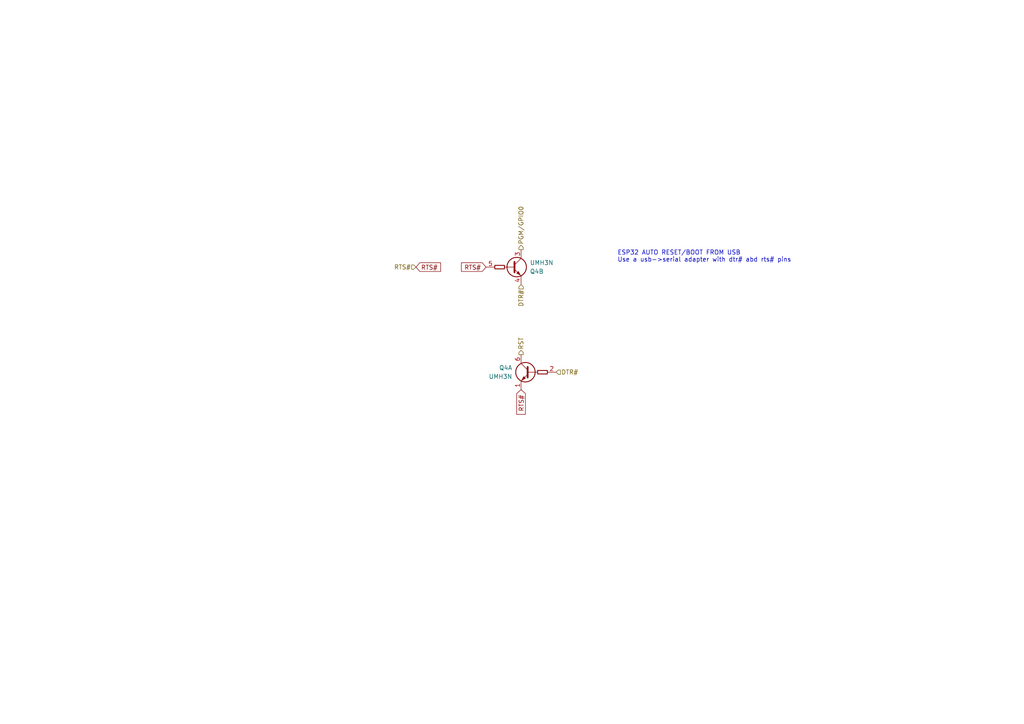
<source format=kicad_sch>
(kicad_sch (version 20230121) (generator eeschema)
  (paper "A4")
  (lib_symbols
    (symbol "Transistor_BJT:UMH3N" (pin_names hide)
      (property "Reference" "Q" (at 7.62 1.27 0))
      (property "Value" "UMH3N" (at 7.62 -1.27 0))
      (symbol "UMH3N_0_1"
        (polyline (pts (xy 3.175 0) (xy 0.254 0)))
        (polyline (pts (xy 3.175 0.635) (xy 5.08 2.54)))
        (polyline (pts (xy 3.175 1.524) (xy 3.175 -1.524)) (stroke (width 0.508)))
        (polyline (pts (xy 3.175 -0.635) (xy 5.08 -2.54) (xy 5.08 -2.54)))
        (polyline (pts (xy 3.81 -1.778) (xy 4.318 -1.27) (xy 4.826 -2.286) (xy 3.81 -1.778) (xy 3.81 -1.778)) (fill (type outline)))
        (rectangle (start 0.254 0.508) (end -2.54 -0.508) (stroke (width 0.254)))
        (circle (center 3.81 0) (radius 2.8194) (stroke (width 0.254)))
      )
      (symbol "UMH3N_1_1"
        (pin passive line (at 5.08 -5.08 90) (length 2.54) (name "E1") (number "1"))
        (pin input line (at -5.08 0 0) (length 2.54) (name "B1") (number "2"))
        (pin passive line (at 5.08 5.08 270) (length 2.54) (name "C1") (number "6"))
      )
      (symbol "UMH3N_2_1"
        (pin passive line (at 5.08 5.08 270) (length 2.54) (name "C2") (number "3"))
        (pin passive line (at 5.08 -5.08 90) (length 2.54) (name "E2") (number "4"))
        (pin input line (at -5.08 0 0) (length 2.54) (name "B2") (number "5"))
      )
    )
  )
  (text "ESP32 AUTO RESET/BOOT FROM USB\nUse a usb->serial adapter with dtr# abd rts# pins\n" (at 179.07 76.2 0) (effects (font (size 1.27 1.27)) (justify left bottom)))
  (global_label "RTS#" (shape input) (at 140.97 77.47 180) (property "Intersheetrefs" "${INTERSHEET_REFS}" (effects hide)))
  (global_label "RTS#" (shape input) (at 151.13 113.03 270) (property "Intersheetrefs" "${INTERSHEET_REFS}" (effects hide)))
  (global_label "RTS#" (shape input) (at 120.65 77.47 0) (property "Intersheetrefs" "${INTERSHEET_REFS}" (effects hide)))
  (hierarchical_label "RST" (shape output) (at 151.13 102.87 90))
  (hierarchical_label "RTS#" (shape input) (at 120.65 77.47 180))
  (hierarchical_label "DTR#" (shape input) (at 161.29 107.95 0))
  (hierarchical_label "DTR#" (shape input) (at 151.13 82.55 270))
  (hierarchical_label "PGM{slash}GPIO0" (shape output) (at 151.13 72.39 90))
  (symbol (lib_id "Transistor_BJT:UMH3N") (at 146.05 77.47 0) (unit 2)
    (property "Reference" "Q4" (at 153.67 78.7401 0) (effects (justify left)))
    (property "Value" "UMH3N" (at 153.67 76.2001 0) (effects (justify left)))
    (property "Footprint" "Package_TO_SOT_SMD:SOT-363_SC-70-6" (effects hide))
    (property "Datasheet" "http://rohmfs.rohm.com/en/products/databook/datasheet/discrete/transistor/digital/emh3t2r-e.pdf" (effects hide))
    (instances (project "ESP-methanesense" (path "" (reference "Q4") (unit 2)) (path "" (reference "Q1") (unit 2))) (project "opengeiger" (path "" (reference "Q4") (unit 2))))
  )
  (symbol (lib_id "Transistor_BJT:UMH3N") (at 156.21 107.95 0) (mirror y) (unit 1)
    (property "Reference" "Q4" (at 148.59 106.6799 0) (effects (justify left)))
    (property "Value" "UMH3N" (at 148.59 109.2199 0) (effects (justify left)))
    (property "Footprint" "Package_TO_SOT_SMD:SOT-363_SC-70-6" (effects hide))
    (property "Datasheet" "http://rohmfs.rohm.com/en/products/databook/datasheet/discrete/transistor/digital/emh3t2r-e.pdf" (effects hide))
    (instances (project "ESP-methanesense" (path "" (reference "Q4") (unit 1)) (path "" (reference "Q1") (unit 1))) (project "opengeiger" (path "" (reference "Q4") (unit 1))))
  )
)
</source>
